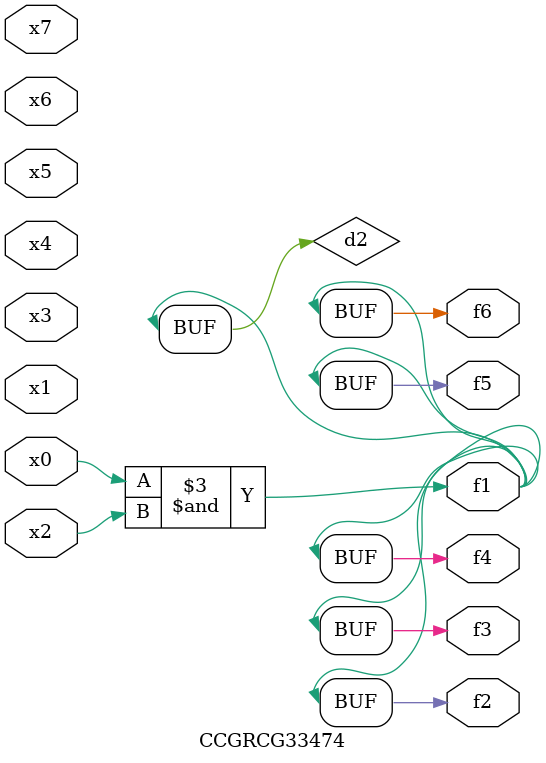
<source format=v>
module CCGRCG33474(
	input x0, x1, x2, x3, x4, x5, x6, x7,
	output f1, f2, f3, f4, f5, f6
);

	wire d1, d2;

	nor (d1, x3, x6);
	and (d2, x0, x2);
	assign f1 = d2;
	assign f2 = d2;
	assign f3 = d2;
	assign f4 = d2;
	assign f5 = d2;
	assign f6 = d2;
endmodule

</source>
